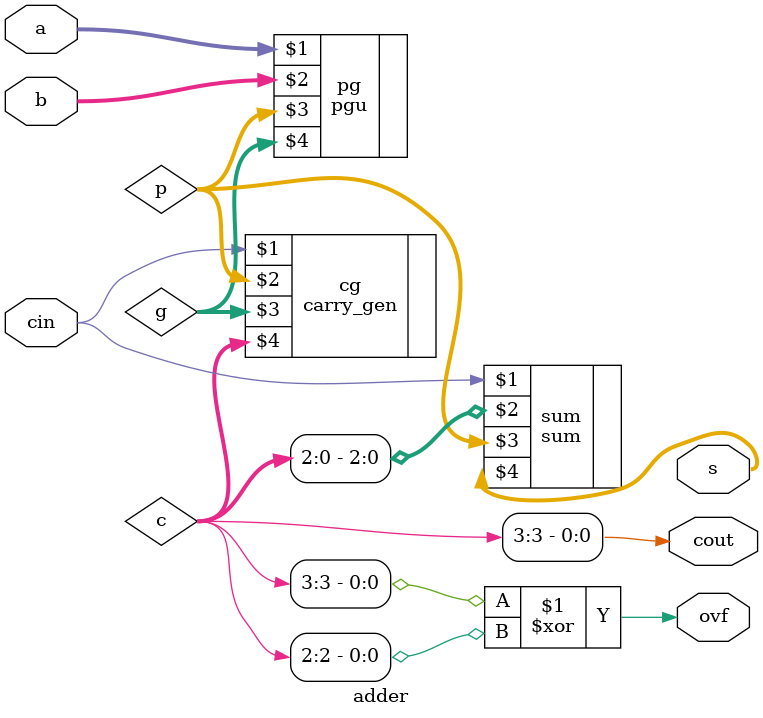
<source format=v>

module adder(cin, a, b, s, cout, ovf);

    input cin;
    input [3:0] a, b;

    output [3:0] s;
    output cout, ovf;

    wire [3:0] p, g, c;

    pgu pg(a, b, p, g);

    carry_gen cg(cin, p, g, c);

    sum sum(cin, c[2:0], p, s);

    assign cout = c[3];

    xor(ovf, c[3], c[2]);

endmodule

</source>
